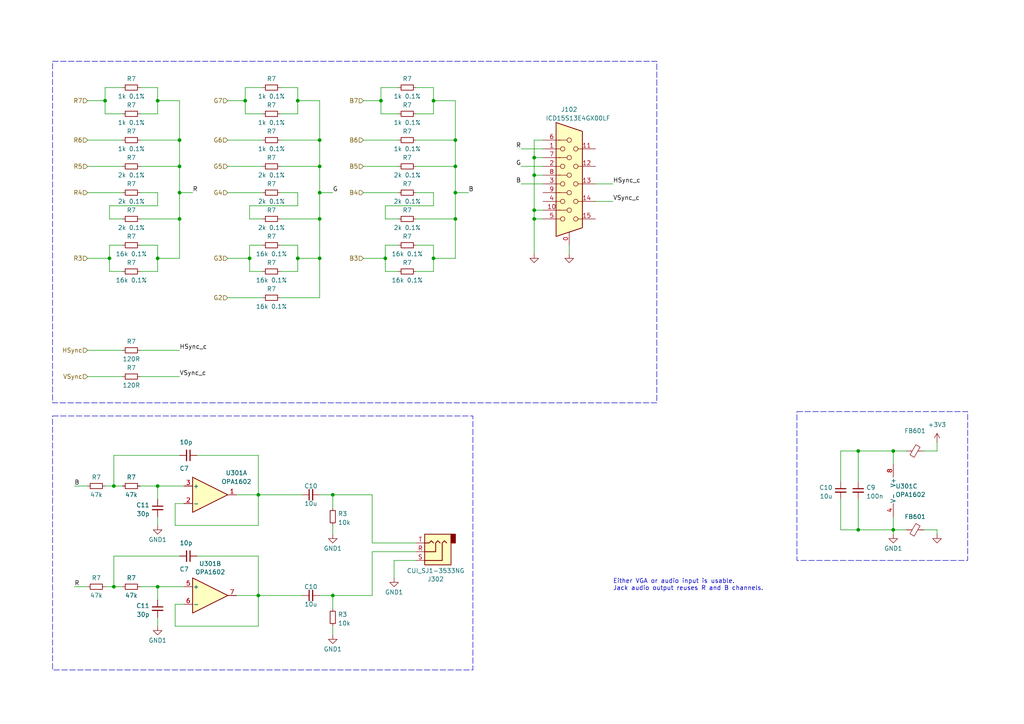
<source format=kicad_sch>
(kicad_sch (version 20230121) (generator eeschema)
  (paper "A4")
  (lib_symbols
    (symbol "Amplifier_Operational:OPA1602" (pin_names (offset 0.127))
      (property "Reference" "U" (at 0 5.08 0))
      (property "Value" "OPA1602" (at 0 -5.08 0))
      (symbol "OPA1602_1_1"
        (polyline (pts (xy -5.08 5.08) (xy 5.08 0) (xy -5.08 -5.08) (xy -5.08 5.08)) (stroke (width 0.254)) (fill (type background)))
        (pin output line (at 7.62 0 180) (length 2.54) (name "~") (number "1"))
        (pin input line (at -7.62 -2.54 0) (length 2.54) (name "-") (number "2"))
        (pin input line (at -7.62 2.54 0) (length 2.54) (name "+") (number "3"))
      )
      (symbol "OPA1602_2_1"
        (polyline (pts (xy -5.08 5.08) (xy 5.08 0) (xy -5.08 -5.08) (xy -5.08 5.08)) (stroke (width 0.254)) (fill (type background)))
        (pin input line (at -7.62 2.54 0) (length 2.54) (name "+") (number "5"))
        (pin input line (at -7.62 -2.54 0) (length 2.54) (name "-") (number "6"))
        (pin output line (at 7.62 0 180) (length 2.54) (name "~") (number "7"))
      )
      (symbol "OPA1602_3_1"
        (pin power_in line (at -2.54 -7.62 90) (length 3.81) (name "V-") (number "4"))
        (pin power_in line (at -2.54 7.62 270) (length 3.81) (name "V+") (number "8"))
      )
    )
    (symbol "Connector:DE15_Receptacle_HighDensity_MountingHoles" (pin_names (offset 1.016) hide)
      (property "Reference" "J" (at 0 21.59 0))
      (property "Value" "DE15_Receptacle_HighDensity_MountingHoles" (at 0 19.05 0))
      (symbol "DE15_Receptacle_HighDensity_MountingHoles_0_1"
        (circle (center -1.905 -10.16) (radius 0.635))
        (circle (center -1.905 -5.08) (radius 0.635))
        (circle (center -1.905 0) (radius 0.635))
        (circle (center -1.905 5.08) (radius 0.635))
        (circle (center -1.905 10.16) (radius 0.635))
        (circle (center 0 -7.62) (radius 0.635))
        (circle (center 0 -2.54) (radius 0.635))
        (polyline (pts (xy -3.175 7.62) (xy -0.635 7.62)))
        (polyline (pts (xy -0.635 -7.62) (xy -3.175 -7.62)))
        (polyline (pts (xy -0.635 -2.54) (xy -3.175 -2.54)))
        (polyline (pts (xy -0.635 2.54) (xy -3.175 2.54)))
        (polyline (pts (xy -0.635 12.7) (xy -3.175 12.7)))
        (polyline (pts (xy -3.81 17.78) (xy -3.81 -15.24) (xy 3.81 -12.7) (xy 3.81 15.24) (xy -3.81 17.78)) (stroke (width 0.254)) (fill (type background)))
        (circle (center 0 2.54) (radius 0.635))
        (circle (center 0 7.62) (radius 0.635))
        (circle (center 0 12.7) (radius 0.635))
        (circle (center 1.905 -10.16) (radius 0.635))
        (circle (center 1.905 -5.08) (radius 0.635))
        (circle (center 1.905 0) (radius 0.635))
        (circle (center 1.905 5.08) (radius 0.635))
        (circle (center 1.905 10.16) (radius 0.635))
      )
      (symbol "DE15_Receptacle_HighDensity_MountingHoles_1_1"
        (pin passive line (at 0 -17.78 90) (length 3.81) (name "~") (number "0"))
        (pin passive line (at -7.62 10.16 0) (length 5.08) (name "~") (number "1"))
        (pin passive line (at -7.62 -7.62 0) (length 5.08) (name "~") (number "10"))
        (pin passive line (at 7.62 10.16 180) (length 5.08) (name "~") (number "11"))
        (pin passive line (at 7.62 5.08 180) (length 5.08) (name "~") (number "12"))
        (pin passive line (at 7.62 0 180) (length 5.08) (name "~") (number "13"))
        (pin passive line (at 7.62 -5.08 180) (length 5.08) (name "~") (number "14"))
        (pin passive line (at 7.62 -10.16 180) (length 5.08) (name "~") (number "15"))
        (pin passive line (at -7.62 5.08 0) (length 5.08) (name "~") (number "2"))
        (pin passive line (at -7.62 0 0) (length 5.08) (name "~") (number "3"))
        (pin passive line (at -7.62 -5.08 0) (length 5.08) (name "~") (number "4"))
        (pin passive line (at -7.62 -10.16 0) (length 5.08) (name "~") (number "5"))
        (pin passive line (at -7.62 12.7 0) (length 5.08) (name "~") (number "6"))
        (pin passive line (at -7.62 7.62 0) (length 5.08) (name "~") (number "7"))
        (pin passive line (at -7.62 2.54 0) (length 5.08) (name "~") (number "8"))
        (pin passive line (at -7.62 -2.54 0) (length 5.08) (name "~") (number "9"))
      )
    )
    (symbol "Connector_Audio:AudioJack3"
      (property "Reference" "J" (at 0 8.89 0))
      (property "Value" "AudioJack3" (at 0 6.35 0))
      (symbol "AudioJack3_0_1"
        (rectangle (start -5.08 -5.08) (end -6.35 -2.54) (stroke (width 0.254)) (fill (type outline)))
        (polyline (pts (xy 0 -2.54) (xy 0.635 -3.175) (xy 1.27 -2.54) (xy 2.54 -2.54)) (stroke (width 0.254)))
        (polyline (pts (xy -1.905 -2.54) (xy -1.27 -3.175) (xy -0.635 -2.54) (xy -0.635 0) (xy 2.54 0)) (stroke (width 0.254)))
        (polyline (pts (xy 2.54 2.54) (xy -2.54 2.54) (xy -2.54 -2.54) (xy -3.175 -3.175) (xy -3.81 -2.54)) (stroke (width 0.254)))
        (rectangle (start 2.54 3.81) (end -5.08 -5.08) (stroke (width 0.254)) (fill (type background)))
      )
      (symbol "AudioJack3_1_1"
        (pin passive line (at 5.08 0 180) (length 2.54) (name "~") (number "R"))
        (pin passive line (at 5.08 2.54 180) (length 2.54) (name "~") (number "S"))
        (pin passive line (at 5.08 -2.54 180) (length 2.54) (name "~") (number "T"))
      )
    )
    (symbol "Device:C_Small" (pin_numbers hide) (pin_names (offset 0.254) hide)
      (property "Reference" "C" (at 0.254 1.778 0))
      (property "Value" "C_Small" (at 0.254 -2.032 0))
      (symbol "C_Small_0_1"
        (polyline (pts (xy -1.524 -0.508) (xy 1.524 -0.508)) (stroke (width 0.3302)))
        (polyline (pts (xy -1.524 0.508) (xy 1.524 0.508)) (stroke (width 0.3048)))
      )
      (symbol "C_Small_1_1"
        (pin passive line (at 0 2.54 270) (length 2.032) (name "~") (number "1"))
        (pin passive line (at 0 -2.54 90) (length 2.032) (name "~") (number "2"))
      )
    )
    (symbol "Device:FerriteBead_Small" (pin_numbers hide) (pin_names (offset 0))
      (property "Reference" "FB" (at 1.905 1.27 0))
      (property "Value" "FerriteBead_Small" (at 1.905 -1.27 0))
      (symbol "FerriteBead_Small_0_1"
        (polyline (pts (xy 0 -1.27) (xy 0 -0.7874)))
        (polyline (pts (xy 0 0.889) (xy 0 1.2954)))
        (polyline (pts (xy -1.8288 0.2794) (xy -1.1176 1.4986) (xy 1.8288 -0.2032) (xy 1.1176 -1.4224) (xy -1.8288 0.2794)))
      )
      (symbol "FerriteBead_Small_1_1"
        (pin passive line (at 0 2.54 270) (length 1.27) (name "~") (number "1"))
        (pin passive line (at 0 -2.54 90) (length 1.27) (name "~") (number "2"))
      )
    )
    (symbol "Device:R_Small" (pin_numbers hide) (pin_names (offset 0.254) hide)
      (property "Reference" "R" (at 0.762 0.508 0))
      (property "Value" "R_Small" (at 0.762 -1.016 0))
      (symbol "R_Small_0_1"
        (rectangle (start -0.762 1.778) (end 0.762 -1.778) (stroke (width 0.2032)))
      )
      (symbol "R_Small_1_1"
        (pin passive line (at 0 2.54 270) (length 0.762) (name "~") (number "1"))
        (pin passive line (at 0 -2.54 90) (length 0.762) (name "~") (number "2"))
      )
    )
    (symbol "power:+3.3V" (power) (pin_names (offset 0))
      (property "Value" "+3.3V" (at 0 3.556 0))
      (symbol "+3.3V_0_1"
        (polyline (pts (xy -0.762 1.27) (xy 0 2.54)))
        (polyline (pts (xy 0 0) (xy 0 2.54)))
        (polyline (pts (xy 0 2.54) (xy 0.762 1.27)))
      )
      (symbol "+3.3V_1_1"
        (pin power_in line (at 0 0 90) (length 0) hide (name "+3V3") (number "1"))
      )
    )
    (symbol "power:GND" (power) (pin_names (offset 0))
      (property "Value" "GND" (at 0 -3.81 0))
      (symbol "GND_0_1"
        (polyline (pts (xy 0 0) (xy 0 -1.27) (xy 1.27 -1.27) (xy 0 -2.54) (xy -1.27 -1.27) (xy 0 -1.27)))
      )
      (symbol "GND_1_1"
        (pin power_in line (at 0 0 270) (length 0) hide (name "GND") (number "1"))
      )
    )
    (symbol "power:GND1" (power) (pin_names (offset 0))
      (property "Value" "GND1" (at 0 -3.81 0))
      (symbol "GND1_0_1"
        (polyline (pts (xy 0 0) (xy 0 -1.27) (xy 1.27 -1.27) (xy 0 -2.54) (xy -1.27 -1.27) (xy 0 -1.27)))
      )
      (symbol "GND1_1_1"
        (pin power_in line (at 0 0 270) (length 0) hide (name "GND1") (number "1"))
      )
    )
  )
  (junction (at 30.48 29.21))
  (junction (at 52.07 48.26))
  (junction (at 33.02 170.18))
  (junction (at 154.94 60.96))
  (junction (at 86.36 29.21))
  (junction (at 154.94 45.72))
  (junction (at 72.39 74.93))
  (junction (at 248.92 153.67))
  (junction (at 31.75 74.93))
  (junction (at 52.07 55.88))
  (junction (at 132.08 55.88))
  (junction (at 52.07 40.64))
  (junction (at 45.72 170.18))
  (junction (at 86.36 74.93))
  (junction (at 45.72 74.93))
  (junction (at 45.72 140.97))
  (junction (at 74.93 143.51))
  (junction (at 132.08 48.26))
  (junction (at 248.92 130.81))
  (junction (at 52.07 63.5))
  (junction (at 96.52 143.51))
  (junction (at 125.73 29.21))
  (junction (at 45.72 29.21))
  (junction (at 74.93 172.72))
  (junction (at 33.02 140.97))
  (junction (at 92.71 40.64))
  (junction (at 71.12 29.21))
  (junction (at 259.08 153.67))
  (junction (at 110.49 29.21))
  (junction (at 259.08 130.81))
  (junction (at 154.94 63.5))
  (junction (at 132.08 40.64))
  (junction (at 92.71 63.5))
  (junction (at 132.08 63.5))
  (junction (at 96.52 172.72))
  (junction (at 154.94 50.8))
  (junction (at 92.71 48.26))
  (junction (at 92.71 55.88))
  (junction (at 111.76 74.93))
  (junction (at 125.73 74.93))
  (junction (at 92.71 74.93))
  (wire (pts (xy 52.07 63.5) (xy 52.07 74.93)))
  (wire (pts (xy 115.57 71.12) (xy 111.76 71.12)))
  (wire (pts (xy 33.02 132.08) (xy 33.02 140.97)))
  (wire (pts (xy 40.64 48.26) (xy 52.07 48.26)))
  (wire (pts (xy 157.48 40.64) (xy 154.94 40.64)))
  (wire (pts (xy 72.39 59.69) (xy 72.39 63.5)))
  (wire (pts (xy 110.49 33.02) (xy 115.57 33.02)))
  (wire (pts (xy 248.92 139.7) (xy 248.92 130.81)))
  (wire (pts (xy 105.41 40.64) (xy 115.57 40.64)))
  (wire (pts (xy 111.76 63.5) (xy 115.57 63.5)))
  (wire (pts (xy 248.92 144.78) (xy 248.92 153.67)))
  (wire (pts (xy 165.1 71.12) (xy 165.1 73.66)))
  (wire (pts (xy 81.28 33.02) (xy 86.36 33.02)))
  (wire (pts (xy 86.36 74.93) (xy 92.71 74.93)))
  (wire (pts (xy 154.94 45.72) (xy 154.94 50.8)))
  (wire (pts (xy 72.39 63.5) (xy 76.2 63.5)))
  (wire (pts (xy 40.64 40.64) (xy 52.07 40.64)))
  (wire (pts (xy 248.92 130.81) (xy 259.08 130.81)))
  (wire (pts (xy 45.72 170.18) (xy 40.64 170.18)))
  (wire (pts (xy 107.95 157.48) (xy 107.95 143.51)))
  (wire (pts (xy 57.15 161.29) (xy 74.93 161.29)))
  (wire (pts (xy 125.73 74.93) (xy 132.08 74.93)))
  (wire (pts (xy 66.04 40.64) (xy 76.2 40.64)))
  (wire (pts (xy 271.78 128.27) (xy 271.78 130.81)))
  (wire (pts (xy 40.64 71.12) (xy 45.72 71.12)))
  (wire (pts (xy 107.95 160.02) (xy 107.95 172.72)))
  (wire (pts (xy 114.3 162.56) (xy 114.3 167.64)))
  (wire (pts (xy 74.93 181.61) (xy 74.93 172.72)))
  (wire (pts (xy 120.65 25.4) (xy 125.73 25.4)))
  (wire (pts (xy 71.12 25.4) (xy 71.12 29.21)))
  (wire (pts (xy 115.57 25.4) (xy 110.49 25.4)))
  (wire (pts (xy 66.04 48.26) (xy 76.2 48.26)))
  (wire (pts (xy 30.48 170.18) (xy 33.02 170.18)))
  (wire (pts (xy 259.08 130.81) (xy 259.08 134.62)))
  (wire (pts (xy 74.93 172.72) (xy 87.63 172.72)))
  (wire (pts (xy 132.08 55.88) (xy 132.08 63.5)))
  (wire (pts (xy 31.75 71.12) (xy 31.75 74.93)))
  (wire (pts (xy 74.93 161.29) (xy 74.93 172.72)))
  (wire (pts (xy 267.97 153.67) (xy 271.78 153.67)))
  (wire (pts (xy 40.64 33.02) (xy 45.72 33.02)))
  (wire (pts (xy 45.72 71.12) (xy 45.72 74.93)))
  (wire (pts (xy 92.71 40.64) (xy 92.71 48.26)))
  (wire (pts (xy 31.75 63.5) (xy 35.56 63.5)))
  (wire (pts (xy 154.94 50.8) (xy 154.94 60.96)))
  (wire (pts (xy 157.48 43.18) (xy 151.13 43.18)))
  (wire (pts (xy 72.39 71.12) (xy 72.39 74.93)))
  (wire (pts (xy 125.73 25.4) (xy 125.73 29.21)))
  (wire (pts (xy 92.71 48.26) (xy 92.71 55.88)))
  (wire (pts (xy 52.07 132.08) (xy 33.02 132.08)))
  (wire (pts (xy 76.2 25.4) (xy 71.12 25.4)))
  (wire (pts (xy 86.36 71.12) (xy 86.36 74.93)))
  (wire (pts (xy 74.93 143.51) (xy 68.58 143.51)))
  (wire (pts (xy 154.94 60.96) (xy 157.48 60.96)))
  (wire (pts (xy 120.65 71.12) (xy 125.73 71.12)))
  (wire (pts (xy 132.08 63.5) (xy 132.08 74.93)))
  (wire (pts (xy 243.84 144.78) (xy 243.84 153.67)))
  (wire (pts (xy 25.4 55.88) (xy 35.56 55.88)))
  (wire (pts (xy 21.59 170.18) (xy 25.4 170.18)))
  (wire (pts (xy 92.71 55.88) (xy 92.71 63.5)))
  (wire (pts (xy 125.73 55.88) (xy 125.73 59.69)))
  (wire (pts (xy 132.08 55.88) (xy 135.89 55.88)))
  (wire (pts (xy 125.73 29.21) (xy 125.73 33.02)))
  (wire (pts (xy 157.48 48.26) (xy 151.13 48.26)))
  (wire (pts (xy 76.2 78.74) (xy 72.39 78.74)))
  (wire (pts (xy 105.41 48.26) (xy 115.57 48.26)))
  (wire (pts (xy 71.12 33.02) (xy 76.2 33.02)))
  (wire (pts (xy 71.12 29.21) (xy 71.12 33.02)))
  (wire (pts (xy 259.08 149.86) (xy 259.08 153.67)))
  (wire (pts (xy 66.04 29.21) (xy 71.12 29.21)))
  (wire (pts (xy 30.48 140.97) (xy 33.02 140.97)))
  (wire (pts (xy 120.65 162.56) (xy 114.3 162.56)))
  (wire (pts (xy 45.72 170.18) (xy 53.34 170.18)))
  (wire (pts (xy 76.2 71.12) (xy 72.39 71.12)))
  (wire (pts (xy 86.36 78.74) (xy 81.28 78.74)))
  (wire (pts (xy 111.76 71.12) (xy 111.76 74.93)))
  (wire (pts (xy 105.41 74.93) (xy 111.76 74.93)))
  (wire (pts (xy 53.34 146.05) (xy 50.8 146.05)))
  (wire (pts (xy 45.72 55.88) (xy 45.72 59.69)))
  (wire (pts (xy 66.04 55.88) (xy 76.2 55.88)))
  (wire (pts (xy 154.94 45.72) (xy 157.48 45.72)))
  (wire (pts (xy 74.93 152.4) (xy 74.93 143.51)))
  (wire (pts (xy 74.93 172.72) (xy 68.58 172.72)))
  (wire (pts (xy 31.75 74.93) (xy 31.75 78.74)))
  (wire (pts (xy 125.73 29.21) (xy 132.08 29.21)))
  (wire (pts (xy 45.72 25.4) (xy 45.72 29.21)))
  (wire (pts (xy 120.65 40.64) (xy 132.08 40.64)))
  (wire (pts (xy 35.56 78.74) (xy 31.75 78.74)))
  (wire (pts (xy 120.65 55.88) (xy 125.73 55.88)))
  (wire (pts (xy 105.41 29.21) (xy 110.49 29.21)))
  (wire (pts (xy 154.94 40.64) (xy 154.94 45.72)))
  (wire (pts (xy 172.72 58.42) (xy 177.8 58.42)))
  (wire (pts (xy 86.36 29.21) (xy 92.71 29.21)))
  (wire (pts (xy 31.75 59.69) (xy 31.75 63.5)))
  (wire (pts (xy 50.8 152.4) (xy 74.93 152.4)))
  (wire (pts (xy 25.4 109.22) (xy 35.56 109.22)))
  (wire (pts (xy 259.08 153.67) (xy 262.89 153.67)))
  (wire (pts (xy 86.36 25.4) (xy 86.36 29.21)))
  (wire (pts (xy 96.52 143.51) (xy 92.71 143.51)))
  (wire (pts (xy 45.72 179.07) (xy 45.72 181.61)))
  (wire (pts (xy 50.8 181.61) (xy 74.93 181.61)))
  (wire (pts (xy 120.65 48.26) (xy 132.08 48.26)))
  (wire (pts (xy 45.72 173.99) (xy 45.72 170.18)))
  (wire (pts (xy 120.65 160.02) (xy 107.95 160.02)))
  (wire (pts (xy 92.71 29.21) (xy 92.71 40.64)))
  (wire (pts (xy 40.64 63.5) (xy 52.07 63.5)))
  (wire (pts (xy 120.65 63.5) (xy 132.08 63.5)))
  (wire (pts (xy 53.34 175.26) (xy 50.8 175.26)))
  (wire (pts (xy 25.4 74.93) (xy 31.75 74.93)))
  (wire (pts (xy 66.04 86.36) (xy 76.2 86.36)))
  (wire (pts (xy 125.73 74.93) (xy 125.73 78.74)))
  (wire (pts (xy 125.73 71.12) (xy 125.73 74.93)))
  (wire (pts (xy 81.28 55.88) (xy 86.36 55.88)))
  (wire (pts (xy 40.64 109.22) (xy 52.07 109.22)))
  (wire (pts (xy 271.78 130.81) (xy 267.97 130.81)))
  (wire (pts (xy 154.94 50.8) (xy 157.48 50.8)))
  (wire (pts (xy 45.72 59.69) (xy 31.75 59.69)))
  (wire (pts (xy 132.08 40.64) (xy 132.08 48.26)))
  (wire (pts (xy 52.07 40.64) (xy 52.07 48.26)))
  (wire (pts (xy 157.48 53.34) (xy 151.13 53.34)))
  (wire (pts (xy 74.93 143.51) (xy 87.63 143.51)))
  (wire (pts (xy 33.02 161.29) (xy 33.02 170.18)))
  (wire (pts (xy 45.72 29.21) (xy 45.72 33.02)))
  (wire (pts (xy 45.72 74.93) (xy 45.72 78.74)))
  (wire (pts (xy 72.39 74.93) (xy 72.39 78.74)))
  (wire (pts (xy 271.78 154.94) (xy 271.78 153.67)))
  (wire (pts (xy 45.72 74.93) (xy 52.07 74.93)))
  (wire (pts (xy 45.72 140.97) (xy 53.34 140.97)))
  (wire (pts (xy 52.07 55.88) (xy 55.88 55.88)))
  (wire (pts (xy 86.36 55.88) (xy 86.36 59.69)))
  (wire (pts (xy 259.08 153.67) (xy 259.08 154.94)))
  (wire (pts (xy 115.57 78.74) (xy 111.76 78.74)))
  (wire (pts (xy 30.48 29.21) (xy 30.48 33.02)))
  (wire (pts (xy 96.52 172.72) (xy 107.95 172.72)))
  (wire (pts (xy 25.4 48.26) (xy 35.56 48.26)))
  (wire (pts (xy 96.52 147.32) (xy 96.52 143.51)))
  (wire (pts (xy 33.02 140.97) (xy 35.56 140.97)))
  (wire (pts (xy 45.72 149.86) (xy 45.72 152.4)))
  (wire (pts (xy 33.02 170.18) (xy 35.56 170.18)))
  (wire (pts (xy 96.52 176.53) (xy 96.52 172.72)))
  (wire (pts (xy 50.8 175.26) (xy 50.8 181.61)))
  (wire (pts (xy 81.28 63.5) (xy 92.71 63.5)))
  (wire (pts (xy 110.49 25.4) (xy 110.49 29.21)))
  (wire (pts (xy 248.92 153.67) (xy 243.84 153.67)))
  (wire (pts (xy 25.4 40.64) (xy 35.56 40.64)))
  (wire (pts (xy 154.94 73.66) (xy 154.94 63.5)))
  (wire (pts (xy 45.72 78.74) (xy 40.64 78.74)))
  (wire (pts (xy 92.71 55.88) (xy 96.52 55.88)))
  (wire (pts (xy 45.72 144.78) (xy 45.72 140.97)))
  (wire (pts (xy 132.08 29.21) (xy 132.08 40.64)))
  (wire (pts (xy 96.52 143.51) (xy 107.95 143.51)))
  (wire (pts (xy 57.15 132.08) (xy 74.93 132.08)))
  (wire (pts (xy 172.72 53.34) (xy 177.8 53.34)))
  (wire (pts (xy 110.49 29.21) (xy 110.49 33.02)))
  (wire (pts (xy 86.36 74.93) (xy 86.36 78.74)))
  (wire (pts (xy 81.28 40.64) (xy 92.71 40.64)))
  (wire (pts (xy 92.71 63.5) (xy 92.71 74.93)))
  (wire (pts (xy 111.76 74.93) (xy 111.76 78.74)))
  (wire (pts (xy 154.94 63.5) (xy 157.48 63.5)))
  (wire (pts (xy 66.04 74.93) (xy 72.39 74.93)))
  (wire (pts (xy 86.36 29.21) (xy 86.36 33.02)))
  (wire (pts (xy 50.8 146.05) (xy 50.8 152.4)))
  (wire (pts (xy 92.71 74.93) (xy 92.71 86.36)))
  (wire (pts (xy 243.84 139.7) (xy 243.84 130.81)))
  (wire (pts (xy 21.59 140.97) (xy 25.4 140.97)))
  (wire (pts (xy 81.28 71.12) (xy 86.36 71.12)))
  (wire (pts (xy 154.94 60.96) (xy 154.94 63.5)))
  (wire (pts (xy 259.08 130.81) (xy 262.89 130.81)))
  (wire (pts (xy 111.76 59.69) (xy 111.76 63.5)))
  (wire (pts (xy 96.52 181.61) (xy 96.52 184.15)))
  (wire (pts (xy 105.41 55.88) (xy 115.57 55.88)))
  (wire (pts (xy 248.92 130.81) (xy 243.84 130.81)))
  (wire (pts (xy 45.72 140.97) (xy 40.64 140.97)))
  (wire (pts (xy 52.07 29.21) (xy 52.07 40.64)))
  (wire (pts (xy 125.73 59.69) (xy 111.76 59.69)))
  (wire (pts (xy 74.93 132.08) (xy 74.93 143.51)))
  (wire (pts (xy 81.28 25.4) (xy 86.36 25.4)))
  (wire (pts (xy 40.64 25.4) (xy 45.72 25.4)))
  (wire (pts (xy 25.4 101.6) (xy 35.56 101.6)))
  (wire (pts (xy 40.64 55.88) (xy 45.72 55.88)))
  (wire (pts (xy 52.07 161.29) (xy 33.02 161.29)))
  (wire (pts (xy 52.07 55.88) (xy 52.07 63.5)))
  (wire (pts (xy 96.52 172.72) (xy 92.71 172.72)))
  (wire (pts (xy 86.36 59.69) (xy 72.39 59.69)))
  (wire (pts (xy 96.52 152.4) (xy 96.52 154.94)))
  (wire (pts (xy 52.07 48.26) (xy 52.07 55.88)))
  (wire (pts (xy 248.92 153.67) (xy 259.08 153.67)))
  (wire (pts (xy 120.65 33.02) (xy 125.73 33.02)))
  (wire (pts (xy 35.56 25.4) (xy 30.48 25.4)))
  (wire (pts (xy 30.48 25.4) (xy 30.48 29.21)))
  (wire (pts (xy 81.28 48.26) (xy 92.71 48.26)))
  (wire (pts (xy 30.48 33.02) (xy 35.56 33.02)))
  (wire (pts (xy 35.56 71.12) (xy 31.75 71.12)))
  (wire (pts (xy 40.64 101.6) (xy 52.07 101.6)))
  (wire (pts (xy 132.08 48.26) (xy 132.08 55.88)))
  (wire (pts (xy 120.65 78.74) (xy 125.73 78.74)))
  (wire (pts (xy 45.72 29.21) (xy 52.07 29.21)))
  (wire (pts (xy 120.65 157.48) (xy 107.95 157.48)))
  (wire (pts (xy 81.28 86.36) (xy 92.71 86.36)))
  (wire (pts (xy 25.4 29.21) (xy 30.48 29.21)))
  (rectangle (start 231.14 119.38) (end 280.67 162.56) (stroke (width 0) (type dash)))
  (rectangle (start 15.24 120.65) (end 137.16 194.31) (stroke (width 0) (type dash)))
  (rectangle (start 15.24 17.78) (end 190.5 116.84) (stroke (width 0) (type dash)))
  (text "Either VGA or audio input is usable.\nJack audio output reuses R and B channels." (at 177.8 171.45 0) (effects (font (size 1.27 1.27)) (justify left bottom)))
  (label "HSync_c" (at 177.8 53.34 0))
  (label "B" (at 151.13 53.34 180))
  (label "VSync_c" (at 52.07 109.22 0))
  (label "G" (at 151.13 48.26 180))
  (label "R" (at 21.59 170.18 0))
  (label "B" (at 135.89 55.88 0))
  (label "VSync_c" (at 177.8 58.42 0))
  (label "R" (at 151.13 43.18 180))
  (label "B" (at 21.59 140.97 0))
  (label "R" (at 55.88 55.88 0))
  (label "G" (at 96.52 55.88 0))
  (label "HSync_c" (at 52.07 101.6 0))
  (hierarchical_label "G2" (shape input) (at 66.04 86.36 180))
  (hierarchical_label "B5" (shape input) (at 105.41 48.26 180))
  (hierarchical_label "R7" (shape input) (at 25.4 29.21 180))
  (hierarchical_label "R4" (shape input) (at 25.4 55.88 180))
  (hierarchical_label "G7" (shape input) (at 66.04 29.21 180))
  (hierarchical_label "R6" (shape input) (at 25.4 40.64 180))
  (hierarchical_label "B4" (shape input) (at 105.41 55.88 180))
  (hierarchical_label "HSync" (shape input) (at 25.4 101.6 180))
  (hierarchical_label "B7" (shape input) (at 105.41 29.21 180))
  (hierarchical_label "G5" (shape input) (at 66.04 48.26 180))
  (hierarchical_label "B3" (shape input) (at 105.41 74.93 180))
  (hierarchical_label "G4" (shape input) (at 66.04 55.88 180))
  (hierarchical_label "R3" (shape input) (at 25.4 74.93 180))
  (hierarchical_label "R5" (shape input) (at 25.4 48.26 180))
  (hierarchical_label "VSync" (shape input) (at 25.4 109.22 180))
  (hierarchical_label "G3" (shape input) (at 66.04 74.93 180))
  (hierarchical_label "B6" (shape input) (at 105.41 40.64 180))
  (hierarchical_label "G6" (shape input) (at 66.04 40.64 180))
  (symbol (lib_id "power:GND1") (at 259.08 154.94 0) (unit 1)
    (property "Reference" "#PWR0306" (effects hide))
    (property "Value" "GND1" (at 259.08 159.0731 0))
  )
  (symbol (lib_id "Device:R_Small") (at 78.74 78.74 270) (unit 1)
    (property "Reference" "R7" (at 78.74 76.2 90))
    (property "Value" "16k 0.1%" (at 78.74 81.28 90))
    (property "Footprint" "Resistor_SMD:R_0603_1608Metric" (effects hide))
    (instances (project "that_fpga_thing" (path "" (reference "R7") (unit 1))) (project "m1s-fpga-playground" (path "" (reference "R107") (unit 1)) (path "" (reference "R317") (unit 1))))
  )
  (symbol (lib_id "Device:R_Small") (at 27.94 170.18 270) (unit 1)
    (property "Reference" "R7" (at 27.94 167.64 90))
    (property "Value" "47k" (at 27.94 172.72 90))
    (property "Footprint" "Resistor_SMD:R_0603_1608Metric" (effects hide))
    (property "LCSC" "C25819" (effects hide))
    (instances (project "that_fpga_thing" (path "" (reference "R7") (unit 1))) (project "m1s-fpga-playground" (path "" (reference "R107") (unit 1)) (path "" (reference "R330") (unit 1))))
  )
  (symbol (lib_id "power:GND1") (at 45.72 181.61 0) (unit 1)
    (property "Reference" "#PWR0305" (effects hide))
    (property "Value" "GND1" (at 45.72 185.7431 0))
  )
  (symbol (lib_id "Device:R_Small") (at 96.52 149.86 180) (unit 1)
    (property "Reference" "R3" (at 98.0186 149.0253 0) (effects (justify right)))
    (property "Value" "10k" (at 98.0186 151.5622 0) (effects (justify right)))
    (property "Footprint" "Resistor_SMD:R_0603_1608Metric" (effects hide))
    (property "LCSC" "C25804" (effects hide))
    (instances (project "that_fpga_thing" (path "" (reference "R3") (unit 1))) (project "m1s-fpga-playground" (path "" (reference "R103") (unit 1)) (path "" (reference "R332") (unit 1))))
  )
  (symbol (lib_id "Device:FerriteBead_Small") (at 265.43 153.67 90) (unit 1)
    (property "Reference" "FB601" (at 265.43 149.86 90))
    (property "Value" "FerriteBead_Small" (effects hide))
    (property "Footprint" "Capacitor_SMD:C_0603_1608Metric" (effects hide))
    (property "LCSC" "C1002" (effects hide))
    (instances (project "m1s-fpga-playground" (path "" (reference "FB601") (unit 1)) (path "" (reference "FB302") (unit 1))))
  )
  (symbol (lib_id "Device:C_Small") (at 45.72 176.53 0) (mirror y) (unit 1)
    (property "Reference" "C11" (at 43.3959 175.7016 0) (effects (justify left)))
    (property "Value" "30p" (at 43.3959 178.2385 0) (effects (justify left)))
    (property "Footprint" "Capacitor_SMD:C_0603_1608Metric" (effects hide))
    (property "LCSC" "C1658" (effects hide))
    (instances (project "that_fpga_thing" (path "" (reference "C11") (unit 1))) (project "m1s-fpga-playground" (path "" (reference "C110") (unit 1)) (path "" (reference "C303") (unit 1))))
  )
  (symbol (lib_id "Device:R_Small") (at 38.1 78.74 270) (unit 1)
    (property "Reference" "R7" (at 38.1 76.2 90))
    (property "Value" "16k 0.1%" (at 38.1 81.28 90))
    (property "Footprint" "Resistor_SMD:R_0603_1608Metric" (effects hide))
    (instances (project "that_fpga_thing" (path "" (reference "R7") (unit 1))) (project "m1s-fpga-playground" (path "" (reference "R107") (unit 1)) (path "" (reference "R308") (unit 1))))
  )
  (symbol (lib_id "Connector_Audio:AudioJack3") (at 125.73 160.02 180) (unit 1)
    (property "Reference" "J302" (at 126.365 167.9743 0))
    (property "Value" "CUI_SJ1-3533NG" (at 126.365 165.5501 0))
    (property "Footprint" "Connector_Audio:Jack_3.5mm_CUI_SJ1-3533NG_Horizontal" (effects hide))
  )
  (symbol (lib_id "Device:C_Small") (at 243.84 142.24 0) (mirror y) (unit 1)
    (property "Reference" "C10" (at 241.5159 141.4116 0) (effects (justify left)))
    (property "Value" "10u" (at 241.5159 143.9485 0) (effects (justify left)))
    (property "Footprint" "Capacitor_SMD:C_0603_1608Metric" (effects hide))
    (property "LCSC" "C96446" (effects hide))
    (instances (project "that_fpga_thing" (path "" (reference "C10") (unit 1))) (project "m1s-fpga-playground" (path "" (reference "C109") (unit 1)) (path "" (reference "C306") (unit 1))))
  )
  (symbol (lib_id "Device:FerriteBead_Small") (at 265.43 130.81 90) (unit 1)
    (property "Reference" "FB601" (at 265.3919 124.9639 90))
    (property "Value" "FerriteBead_Small" (effects hide))
    (property "Footprint" "Capacitor_SMD:C_0603_1608Metric" (effects hide))
    (property "LCSC" "C1002" (effects hide))
    (instances (project "m1s-fpga-playground" (path "" (reference "FB601") (unit 1)) (path "" (reference "FB301") (unit 1))))
  )
  (symbol (lib_id "power:GND1") (at 96.52 154.94 0) (unit 1)
    (property "Reference" "#PWR0309" (effects hide))
    (property "Value" "GND1" (at 96.52 159.0731 0))
  )
  (symbol (lib_id "Device:R_Small") (at 38.1 25.4 270) (unit 1)
    (property "Reference" "R7" (at 38.1 22.86 90))
    (property "Value" "1k 0.1%" (at 38.1 27.94 90))
    (property "Footprint" "Resistor_SMD:R_0603_1608Metric" (effects hide))
    (property "LCSC" "C21190" (effects hide))
    (instances (project "that_fpga_thing" (path "" (reference "R7") (unit 1))) (project "m1s-fpga-playground" (path "" (reference "R107") (unit 1)) (path "" (reference "R302") (unit 1))))
  )
  (symbol (lib_id "Device:C_Small") (at 54.61 161.29 270) (mirror x) (unit 1)
    (property "Reference" "C7" (at 52.07 165.1 90) (effects (justify left)))
    (property "Value" "10p" (at 52.07 157.48 90) (effects (justify left)))
    (property "Footprint" "Capacitor_SMD:C_0603_1608Metric" (effects hide))
    (property "LCSC" "C1634" (effects hide))
    (instances (project "that_fpga_thing" (path "" (reference "C7") (unit 1))) (project "m1s-fpga-playground" (path "" (reference "C107") (unit 1)) (path "" (reference "C304") (unit 1))))
  )
  (symbol (lib_id "power:GND1") (at 114.3 167.64 0) (unit 1)
    (property "Reference" "#PWR0307" (effects hide))
    (property "Value" "GND1" (at 114.3 171.7731 0))
  )
  (symbol (lib_id "power:+3.3V") (at 271.78 128.27 0) (unit 1)
    (property "Reference" "#PWR0110" (effects hide))
    (property "Value" "+3.3V" (at 271.78 123.19 0))
    (instances (project "m1s-fpga-playground" (path "" (reference "#PWR0110") (unit 1)) (path "" (reference "#PWR0617") (unit 1)) (path "" (reference "#PWR0308") (unit 1))))
  )
  (symbol (lib_id "Device:C_Small") (at 54.61 132.08 270) (mirror x) (unit 1)
    (property "Reference" "C7" (at 52.07 135.89 90) (effects (justify left)))
    (property "Value" "10p" (at 52.07 128.27 90) (effects (justify left)))
    (property "Footprint" "Capacitor_SMD:C_0603_1608Metric" (effects hide))
    (property "LCSC" "C1634" (effects hide))
    (instances (project "that_fpga_thing" (path "" (reference "C7") (unit 1))) (project "m1s-fpga-playground" (path "" (reference "C107") (unit 1)) (path "" (reference "C302") (unit 1))))
  )
  (symbol (lib_id "Amplifier_Operational:OPA1602") (at 60.96 143.51 0) (unit 1)
    (property "Reference" "U301" (at 68.58 137.16 0))
    (property "Value" "OPA1602" (at 68.58 139.7 0))
    (property "Footprint" "Package_SO:SO-8_3.9x4.9mm_P1.27mm" (effects hide))
    (property "Datasheet" "http://www.ti.com/lit/ds/symlink/opa1604.pdf" (effects hide))
  )
  (symbol (lib_id "Device:R_Small") (at 27.94 140.97 270) (unit 1)
    (property "Reference" "R7" (at 27.94 138.43 90))
    (property "Value" "47k" (at 27.94 143.51 90))
    (property "Footprint" "Resistor_SMD:R_0603_1608Metric" (effects hide))
    (property "LCSC" "C25819" (effects hide))
    (instances (project "that_fpga_thing" (path "" (reference "R7") (unit 1))) (project "m1s-fpga-playground" (path "" (reference "R107") (unit 1)) (path "" (reference "R329") (unit 1))))
  )
  (symbol (lib_id "Device:R_Small") (at 78.74 86.36 270) (unit 1)
    (property "Reference" "R7" (at 78.74 83.82 90))
    (property "Value" "16k 0.1%" (at 78.74 88.9 90))
    (property "Footprint" "Resistor_SMD:R_0603_1608Metric" (effects hide))
    (instances (project "that_fpga_thing" (path "" (reference "R7") (unit 1))) (project "m1s-fpga-playground" (path "" (reference "R107") (unit 1)) (path "" (reference "R318") (unit 1))))
  )
  (symbol (lib_id "Device:R_Small") (at 38.1 109.22 270) (unit 1)
    (property "Reference" "R7" (at 38.1 106.68 90))
    (property "Value" "120R" (at 38.1 111.76 90))
    (property "Footprint" "Resistor_SMD:R_0603_1608Metric" (effects hide))
    (property "LCSC" "C22787" (effects hide))
    (instances (project "that_fpga_thing" (path "" (reference "R7") (unit 1))) (project "m1s-fpga-playground" (path "" (reference "R107") (unit 1)) (path "" (reference "R327") (unit 1))))
  )
  (symbol (lib_id "Device:R_Small") (at 78.74 48.26 270) (unit 1)
    (property "Reference" "R7" (at 78.74 45.72 90))
    (property "Value" "2k 0.1%" (at 78.74 50.8 90))
    (property "Footprint" "Resistor_SMD:R_0603_1608Metric" (effects hide))
    (property "LCSC" "C22975" (effects hide))
    (instances (project "that_fpga_thing" (path "" (reference "R7") (unit 1))) (project "m1s-fpga-playground" (path "" (reference "R107") (unit 1)) (path "" (reference "R313") (unit 1))))
  )
  (symbol (lib_id "Device:R_Small") (at 38.1 71.12 270) (unit 1)
    (property "Reference" "R7" (at 38.1 68.58 90))
    (property "Value" "16k 0.1%" (at 38.1 73.66 90))
    (property "Footprint" "Resistor_SMD:R_0603_1608Metric" (effects hide))
    (instances (project "that_fpga_thing" (path "" (reference "R7") (unit 1))) (project "m1s-fpga-playground" (path "" (reference "R107") (unit 1)) (path "" (reference "R307") (unit 1))))
  )
  (symbol (lib_id "Connector:DE15_Receptacle_HighDensity_MountingHoles") (at 165.1 53.34 0) (unit 1)
    (property "Reference" "J102" (at 165.1 31.75 0))
    (property "Value" "ICD15S13E4GX00LF" (at 167.64 34.29 0))
    (property "Footprint" "libs:ICD15S13E4GX00LF" (effects hide))
    (property "Datasheet" " ~" (effects hide))
    (instances (project "m1s-fpga-playground" (path "" (reference "J102") (unit 1)) (path "" (reference "J301") (unit 1))))
  )
  (symbol (lib_id "Device:R_Small") (at 78.74 55.88 270) (unit 1)
    (property "Reference" "R7" (at 78.74 53.34 90))
    (property "Value" "2k 0.1%" (at 78.74 58.42 90))
    (property "Footprint" "Resistor_SMD:R_0603_1608Metric" (effects hide))
    (property "LCSC" "C22975" (effects hide))
    (instances (project "that_fpga_thing" (path "" (reference "R7") (unit 1))) (project "m1s-fpga-playground" (path "" (reference "R107") (unit 1)) (path "" (reference "R314") (unit 1))))
  )
  (symbol (lib_id "Device:R_Small") (at 38.1 33.02 270) (unit 1)
    (property "Reference" "R7" (at 38.1 30.48 90))
    (property "Value" "1k 0.1%" (at 38.1 35.56 90))
    (property "Footprint" "Resistor_SMD:R_0603_1608Metric" (effects hide))
    (property "LCSC" "C21190" (effects hide))
    (instances (project "that_fpga_thing" (path "" (reference "R7") (unit 1))) (project "m1s-fpga-playground" (path "" (reference "R107") (unit 1)) (path "" (reference "R301") (unit 1))))
  )
  (symbol (lib_id "Device:R_Small") (at 118.11 33.02 270) (unit 1)
    (property "Reference" "R7" (at 118.11 30.48 90))
    (property "Value" "1k 0.1%" (at 118.11 35.56 90))
    (property "Footprint" "Resistor_SMD:R_0603_1608Metric" (effects hide))
    (property "LCSC" "C21190" (effects hide))
    (instances (project "that_fpga_thing" (path "" (reference "R7") (unit 1))) (project "m1s-fpga-playground" (path "" (reference "R107") (unit 1)) (path "" (reference "R320") (unit 1))))
  )
  (symbol (lib_id "Device:R_Small") (at 38.1 140.97 270) (unit 1)
    (property "Reference" "R7" (at 38.1 138.43 90))
    (property "Value" "47k" (at 38.1 143.51 90))
    (property "Footprint" "Resistor_SMD:R_0603_1608Metric" (effects hide))
    (property "LCSC" "C25819" (effects hide))
    (instances (project "that_fpga_thing" (path "" (reference "R7") (unit 1))) (project "m1s-fpga-playground" (path "" (reference "R107") (unit 1)) (path "" (reference "R328") (unit 1))))
  )
  (symbol (lib_id "Device:R_Small") (at 38.1 170.18 270) (unit 1)
    (property "Reference" "R7" (at 38.1 167.64 90))
    (property "Value" "47k" (at 38.1 172.72 90))
    (property "Footprint" "Resistor_SMD:R_0603_1608Metric" (effects hide))
    (property "LCSC" "C25819" (effects hide))
    (instances (project "that_fpga_thing" (path "" (reference "R7") (unit 1))) (project "m1s-fpga-playground" (path "" (reference "R107") (unit 1)) (path "" (reference "R331") (unit 1))))
  )
  (symbol (lib_id "Device:R_Small") (at 118.11 55.88 270) (unit 1)
    (property "Reference" "R7" (at 118.11 53.34 90))
    (property "Value" "2k 0.1%" (at 118.11 58.42 90))
    (property "Footprint" "Resistor_SMD:R_0603_1608Metric" (effects hide))
    (property "LCSC" "C22975" (effects hide))
    (instances (project "that_fpga_thing" (path "" (reference "R7") (unit 1))) (project "m1s-fpga-playground" (path "" (reference "R107") (unit 1)) (path "" (reference "R323") (unit 1))))
  )
  (symbol (lib_id "Device:R_Small") (at 118.11 71.12 270) (unit 1)
    (property "Reference" "R7" (at 118.11 68.58 90))
    (property "Value" "16k 0.1%" (at 118.11 73.66 90))
    (property "Footprint" "Resistor_SMD:R_0603_1608Metric" (effects hide))
    (instances (project "that_fpga_thing" (path "" (reference "R7") (unit 1))) (project "m1s-fpga-playground" (path "" (reference "R107") (unit 1)) (path "" (reference "R325") (unit 1))))
  )
  (symbol (lib_id "Device:R_Small") (at 96.52 179.07 180) (unit 1)
    (property "Reference" "R3" (at 98.0186 178.2353 0) (effects (justify right)))
    (property "Value" "10k" (at 98.0186 180.7722 0) (effects (justify right)))
    (property "Footprint" "Resistor_SMD:R_0603_1608Metric" (effects hide))
    (property "LCSC" "C25804" (effects hide))
    (instances (project "that_fpga_thing" (path "" (reference "R3") (unit 1))) (project "m1s-fpga-playground" (path "" (reference "R103") (unit 1)) (path "" (reference "R333") (unit 1))))
  )
  (symbol (lib_id "Device:R_Small") (at 78.74 33.02 270) (unit 1)
    (property "Reference" "R7" (at 78.74 30.48 90))
    (property "Value" "1k 0.1%" (at 78.74 35.56 90))
    (property "Footprint" "Resistor_SMD:R_0603_1608Metric" (effects hide))
    (property "LCSC" "C21190" (effects hide))
    (instances (project "that_fpga_thing" (path "" (reference "R7") (unit 1))) (project "m1s-fpga-playground" (path "" (reference "R107") (unit 1)) (path "" (reference "R311") (unit 1))))
  )
  (symbol (lib_id "power:GND1") (at 45.72 152.4 0) (unit 1)
    (property "Reference" "#PWR0304" (effects hide))
    (property "Value" "GND1" (at 45.72 156.5331 0))
  )
  (symbol (lib_id "Device:R_Small") (at 38.1 63.5 270) (unit 1)
    (property "Reference" "R7" (at 38.1 60.96 90))
    (property "Value" "2k 0.1%" (at 38.1 66.04 90))
    (property "Footprint" "Resistor_SMD:R_0603_1608Metric" (effects hide))
    (property "LCSC" "C22975" (effects hide))
    (instances (project "that_fpga_thing" (path "" (reference "R7") (unit 1))) (project "m1s-fpga-playground" (path "" (reference "R107") (unit 1)) (path "" (reference "R306") (unit 1))))
  )
  (symbol (lib_id "Device:R_Small") (at 118.11 48.26 270) (unit 1)
    (property "Reference" "R7" (at 118.11 45.72 90))
    (property "Value" "2k 0.1%" (at 118.11 50.8 90))
    (property "Footprint" "Resistor_SMD:R_0603_1608Metric" (effects hide))
    (property "LCSC" "C22975" (effects hide))
    (instances (project "that_fpga_thing" (path "" (reference "R7") (unit 1))) (project "m1s-fpga-playground" (path "" (reference "R107") (unit 1)) (path "" (reference "R322") (unit 1))))
  )
  (symbol (lib_id "Device:R_Small") (at 38.1 40.64 270) (unit 1)
    (property "Reference" "R7" (at 38.1 38.1 90))
    (property "Value" "1k 0.1%" (at 38.1 43.18 90))
    (property "Footprint" "Resistor_SMD:R_0603_1608Metric" (effects hide))
    (property "LCSC" "C21190" (effects hide))
    (instances (project "that_fpga_thing" (path "" (reference "R7") (unit 1))) (project "m1s-fpga-playground" (path "" (reference "R107") (unit 1)) (path "" (reference "R303") (unit 1))))
  )
  (symbol (lib_id "Device:R_Small") (at 78.74 63.5 270) (unit 1)
    (property "Reference" "R7" (at 78.74 60.96 90))
    (property "Value" "2k 0.1%" (at 78.74 66.04 90))
    (property "Footprint" "Resistor_SMD:R_0603_1608Metric" (effects hide))
    (property "LCSC" "C22975" (effects hide))
    (instances (project "that_fpga_thing" (path "" (reference "R7") (unit 1))) (project "m1s-fpga-playground" (path "" (reference "R107") (unit 1)) (path "" (reference "R315") (unit 1))))
  )
  (symbol (lib_id "power:GND1") (at 96.52 184.15 0) (unit 1)
    (property "Reference" "#PWR0310" (effects hide))
    (property "Value" "GND1" (at 96.52 188.2831 0))
  )
  (symbol (lib_id "power:GND") (at 165.1 73.66 0) (unit 1)
    (property "Reference" "#PWR035" (effects hide))
    (property "Value" "GND" (effects hide))
    (instances (project "that_fpga_thing" (path "" (reference "#PWR035") (unit 1))) (project "m1s-fpga-playground" (path "" (reference "#PWR0142") (unit 1)) (path "" (reference "#PWR0301") (unit 1))))
  )
  (symbol (lib_id "Device:C_Small") (at 90.17 172.72 90) (unit 1)
    (property "Reference" "C10" (at 90.17 170.18 90))
    (property "Value" "10u" (at 90.17 175.26 90))
    (property "Footprint" "Capacitor_SMD:C_0603_1608Metric" (effects hide))
    (property "LCSC" "C96446" (effects hide))
    (instances (project "that_fpga_thing" (path "" (reference "C10") (unit 1))) (project "m1s-fpga-playground" (path "" (reference "C109") (unit 1)) (path "" (reference "C308") (unit 1))))
  )
  (symbol (lib_id "Device:R_Small") (at 78.74 40.64 270) (unit 1)
    (property "Reference" "R7" (at 78.74 38.1 90))
    (property "Value" "1k 0.1%" (at 78.74 43.18 90))
    (property "Footprint" "Resistor_SMD:R_0603_1608Metric" (effects hide))
    (property "LCSC" "C21190" (effects hide))
    (instances (project "that_fpga_thing" (path "" (reference "R7") (unit 1))) (project "m1s-fpga-playground" (path "" (reference "R107") (unit 1)) (path "" (reference "R312") (unit 1))))
  )
  (symbol (lib_id "Device:R_Small") (at 38.1 55.88 270) (unit 1)
    (property "Reference" "R7" (at 38.1 53.34 90))
    (property "Value" "2k 0.1%" (at 38.1 58.42 90))
    (property "Footprint" "Resistor_SMD:R_0603_1608Metric" (effects hide))
    (property "LCSC" "C22975" (effects hide))
    (instances (project "that_fpga_thing" (path "" (reference "R7") (unit 1))) (project "m1s-fpga-playground" (path "" (reference "R107") (unit 1)) (path "" (reference "R305") (unit 1))))
  )
  (symbol (lib_id "Device:C_Small") (at 248.92 142.24 0) (unit 1)
    (property "Reference" "C9" (at 251.2441 141.4116 0) (effects (justify left)))
    (property "Value" "100n" (at 251.2441 143.9485 0) (effects (justify left)))
    (property "Footprint" "Capacitor_SMD:C_0603_1608Metric" (effects hide))
    (property "LCSC" "C14663" (effects hide))
    (instances (project "that_fpga_thing" (path "" (reference "C9") (unit 1))) (project "m1s-fpga-playground" (path "" (reference "C108") (unit 1)) (path "" (reference "C305") (unit 1))))
  )
  (symbol (lib_id "Device:R_Small") (at 118.11 25.4 270) (unit 1)
    (property "Reference" "R7" (at 118.11 22.86 90))
    (property "Value" "1k 0.1%" (at 118.11 27.94 90))
    (property "Footprint" "Resistor_SMD:R_0603_1608Metric" (effects hide))
    (property "LCSC" "C21190" (effects hide))
    (instances (project "that_fpga_thing" (path "" (reference "R7") (unit 1))) (project "m1s-fpga-playground" (path "" (reference "R107") (unit 1)) (path "" (reference "R319") (unit 1))))
  )
  (symbol (lib_id "Device:R_Small") (at 118.11 78.74 270) (unit 1)
    (property "Reference" "R7" (at 118.11 76.2 90))
    (property "Value" "16k 0.1%" (at 118.11 81.28 90))
    (property "Footprint" "Resistor_SMD:R_0603_1608Metric" (effects hide))
    (instances (project "that_fpga_thing" (path "" (reference "R7") (unit 1))) (project "m1s-fpga-playground" (path "" (reference "R107") (unit 1)) (path "" (reference "R326") (unit 1))))
  )
  (symbol (lib_id "Amplifier_Operational:OPA1602") (at 60.96 172.72 0) (unit 2)
    (property "Reference" "U301" (at 60.96 163.4957 0))
    (property "Value" "OPA1602" (at 60.96 165.9199 0))
    (property "Footprint" "Package_SO:SO-8_3.9x4.9mm_P1.27mm" (effects hide))
    (property "Datasheet" "http://www.ti.com/lit/ds/symlink/opa1604.pdf" (effects hide))
  )
  (symbol (lib_id "Device:C_Small") (at 45.72 147.32 0) (mirror y) (unit 1)
    (property "Reference" "C11" (at 43.3959 146.4916 0) (effects (justify left)))
    (property "Value" "30p" (at 43.3959 149.0285 0) (effects (justify left)))
    (property "Footprint" "Capacitor_SMD:C_0603_1608Metric" (effects hide))
    (property "LCSC" "C1658" (effects hide))
    (instances (project "that_fpga_thing" (path "" (reference "C11") (unit 1))) (project "m1s-fpga-playground" (path "" (reference "C110") (unit 1)) (path "" (reference "C301") (unit 1))))
  )
  (symbol (lib_id "power:GND") (at 154.94 73.66 0) (unit 1)
    (property "Reference" "#PWR035" (effects hide))
    (property "Value" "GND" (effects hide))
    (instances (project "that_fpga_thing" (path "" (reference "#PWR035") (unit 1))) (project "m1s-fpga-playground" (path "" (reference "#PWR0142") (unit 1)) (path "" (reference "#PWR0302") (unit 1))))
  )
  (symbol (lib_id "Device:R_Small") (at 118.11 40.64 270) (unit 1)
    (property "Reference" "R7" (at 118.11 38.1 90))
    (property "Value" "1k 0.1%" (at 118.11 43.18 90))
    (property "Footprint" "Resistor_SMD:R_0603_1608Metric" (effects hide))
    (property "LCSC" "C21190" (effects hide))
    (instances (project "that_fpga_thing" (path "" (reference "R7") (unit 1))) (project "m1s-fpga-playground" (path "" (reference "R107") (unit 1)) (path "" (reference "R321") (unit 1))))
  )
  (symbol (lib_id "Amplifier_Operational:OPA1602") (at 261.62 142.24 0) (unit 3)
    (property "Reference" "U301" (at 259.715 141.0279 0) (effects (justify left)))
    (property "Value" "OPA1602" (at 259.715 143.4521 0) (effects (justify left)))
    (property "Footprint" "Package_SO:SO-8_3.9x4.9mm_P1.27mm" (effects hide))
    (property "Datasheet" "http://www.ti.com/lit/ds/symlink/opa1604.pdf" (effects hide))
  )
  (symbol (lib_id "Device:R_Small") (at 38.1 48.26 270) (unit 1)
    (property "Reference" "R7" (at 38.1 45.72 90))
    (property "Value" "2k 0.1%" (at 38.1 50.8 90))
    (property "Footprint" "Resistor_SMD:R_0603_1608Metric" (effects hide))
    (property "LCSC" "C22975" (effects hide))
    (instances (project "that_fpga_thing" (path "" (reference "R7") (unit 1))) (project "m1s-fpga-playground" (path "" (reference "R107") (unit 1)) (path "" (reference "R304") (unit 1))))
  )
  (symbol (lib_id "Device:R_Small") (at 78.74 25.4 270) (unit 1)
    (property "Reference" "R7" (at 78.74 22.86 90))
    (property "Value" "1k 0.1%" (at 78.74 27.94 90))
    (property "Footprint" "Resistor_SMD:R_0603_1608Metric" (effects hide))
    (property "LCSC" "C21190" (effects hide))
    (instances (project "that_fpga_thing" (path "" (reference "R7") (unit 1))) (project "m1s-fpga-playground" (path "" (reference "R107") (unit 1)) (path "" (reference "R310") (unit 1))))
  )
  (symbol (lib_id "Device:R_Small") (at 118.11 63.5 270) (unit 1)
    (property "Reference" "R7" (at 118.11 60.96 90))
    (property "Value" "2k 0.1%" (at 118.11 66.04 90))
    (property "Footprint" "Resistor_SMD:R_0603_1608Metric" (effects hide))
    (property "LCSC" "C22975" (effects hide))
    (instances (project "that_fpga_thing" (path "" (reference "R7") (unit 1))) (project "m1s-fpga-playground" (path "" (reference "R107") (unit 1)) (path "" (reference "R324") (unit 1))))
  )
  (symbol (lib_id "Device:R_Small") (at 38.1 101.6 270) (unit 1)
    (property "Reference" "R7" (at 38.1 99.06 90))
    (property "Value" "120R" (at 38.1 104.14 90))
    (property "Footprint" "Resistor_SMD:R_0603_1608Metric" (effects hide))
    (property "LCSC" "C22787" (effects hide))
    (instances (project "that_fpga_thing" (path "" (reference "R7") (unit 1))) (project "m1s-fpga-playground" (path "" (reference "R107") (unit 1)) (path "" (reference "R309") (unit 1))))
  )
  (symbol (lib_id "Device:C_Small") (at 90.17 143.51 90) (unit 1)
    (property "Reference" "C10" (at 90.17 140.97 90))
    (property "Value" "10u" (at 90.17 146.05 90))
    (property "Footprint" "Capacitor_SMD:C_0603_1608Metric" (effects hide))
    (property "LCSC" "C96446" (effects hide))
    (instances (project "that_fpga_thing" (path "" (reference "C10") (unit 1))) (project "m1s-fpga-playground" (path "" (reference "C109") (unit 1)) (path "" (reference "C307") (unit 1))))
  )
  (symbol (lib_id "power:GND") (at 271.78 154.94 0) (unit 1)
    (property "Reference" "#PWR035" (effects hide))
    (property "Value" "GND" (effects hide))
    (instances (project "that_fpga_thing" (path "" (reference "#PWR035") (unit 1))) (project "m1s-fpga-playground" (path "" (reference "#PWR0142") (unit 1)) (path "" (reference "#PWR0303") (unit 1))))
  )
  (symbol (lib_id "Device:R_Small") (at 78.74 71.12 270) (unit 1)
    (property "Reference" "R7" (at 78.74 68.58 90))
    (property "Value" "16k 0.1%" (at 78.74 73.66 90))
    (property "Footprint" "Resistor_SMD:R_0603_1608Metric" (effects hide))
    (instances (project "that_fpga_thing" (path "" (reference "R7") (unit 1))) (project "m1s-fpga-playground" (path "" (reference "R107") (unit 1)) (path "" (reference "R316") (unit 1))))
  )
)
</source>
